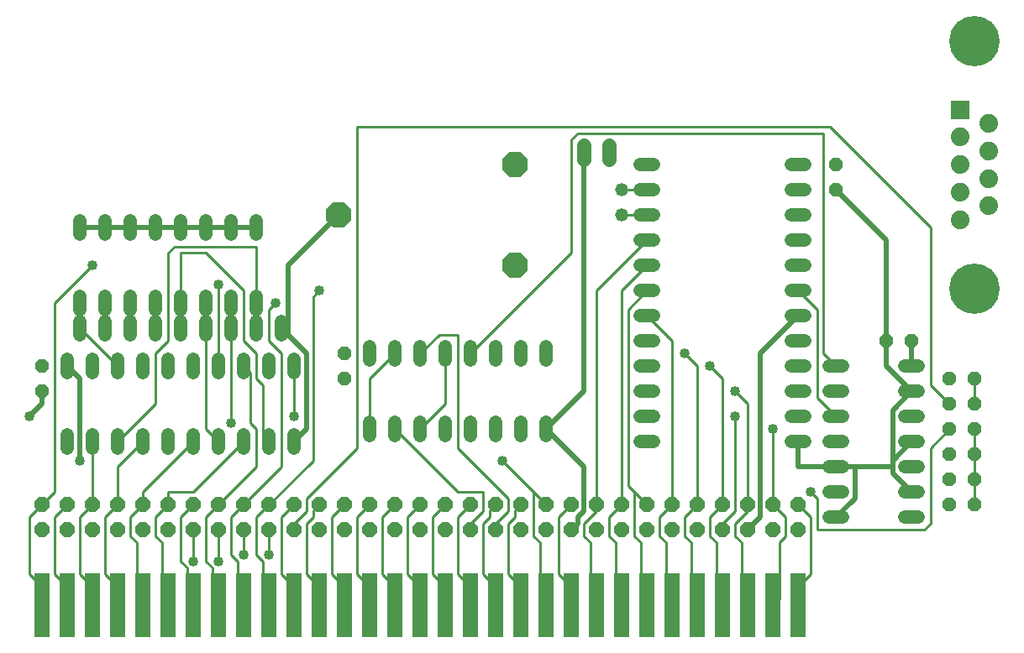
<source format=gtl>
G75*
%MOIN*%
%OFA0B0*%
%FSLAX24Y24*%
%IPPOS*%
%LPD*%
%AMOC8*
5,1,8,0,0,1.08239X$1,22.5*
%
%ADD10R,0.0600X0.2550*%
%ADD11OC8,0.0600*%
%ADD12C,0.0520*%
%ADD13C,0.0560*%
%ADD14OC8,0.1000*%
%ADD15C,0.0520*%
%ADD16R,0.0740X0.0740*%
%ADD17C,0.0740*%
%ADD18C,0.2000*%
%ADD19OC8,0.0520*%
%ADD20OC8,0.0560*%
%ADD21C,0.0100*%
%ADD22C,0.0400*%
%ADD23C,0.0200*%
D10*
X001680Y001940D03*
X002680Y001940D03*
X003680Y001940D03*
X004680Y001940D03*
X005680Y001940D03*
X006680Y001940D03*
X007680Y001940D03*
X008680Y001940D03*
X009680Y001940D03*
X010680Y001940D03*
X011680Y001940D03*
X012680Y001940D03*
X013680Y001940D03*
X014680Y001940D03*
X015680Y001940D03*
X016680Y001940D03*
X017680Y001940D03*
X018680Y001940D03*
X019680Y001940D03*
X020680Y001940D03*
X021680Y001940D03*
X022680Y001940D03*
X023680Y001940D03*
X024680Y001940D03*
X025680Y001940D03*
X026680Y001940D03*
X027680Y001940D03*
X028680Y001940D03*
X029680Y001940D03*
X030680Y001940D03*
X031680Y001940D03*
D11*
X031680Y004940D03*
X030680Y004940D03*
X029680Y004940D03*
X028680Y004940D03*
X027680Y004940D03*
X026680Y004940D03*
X025680Y004940D03*
X024680Y004940D03*
X023680Y004940D03*
X022680Y004940D03*
X021680Y004940D03*
X020680Y004940D03*
X019680Y004940D03*
X018680Y004940D03*
X017680Y004940D03*
X016680Y004940D03*
X015680Y004940D03*
X014680Y004940D03*
X013680Y004940D03*
X012680Y004940D03*
X011680Y004940D03*
X010680Y004940D03*
X009680Y004940D03*
X008680Y004940D03*
X007680Y004940D03*
X006680Y004940D03*
X005680Y004940D03*
X004680Y004940D03*
X003680Y004940D03*
X002680Y004940D03*
X001680Y004940D03*
X001680Y005940D03*
X002680Y005940D03*
X003680Y005940D03*
X004680Y005940D03*
X005680Y005940D03*
X006680Y005940D03*
X007680Y005940D03*
X008680Y005940D03*
X009680Y005940D03*
X010680Y005940D03*
X011680Y005940D03*
X012680Y005940D03*
X013680Y005940D03*
X014680Y005940D03*
X015680Y005940D03*
X016680Y005940D03*
X017680Y005940D03*
X018680Y005940D03*
X019680Y005940D03*
X020680Y005940D03*
X021680Y005940D03*
X022680Y005940D03*
X023680Y005940D03*
X024680Y005940D03*
X025680Y005940D03*
X026680Y005940D03*
X027680Y005940D03*
X028680Y005940D03*
X029680Y005940D03*
X030680Y005940D03*
X031680Y005940D03*
D12*
X032920Y005440D02*
X033440Y005440D01*
X033440Y006440D02*
X032920Y006440D01*
X032920Y007440D02*
X033440Y007440D01*
X033440Y008440D02*
X032920Y008440D01*
X031940Y008440D02*
X031420Y008440D01*
X031420Y009440D02*
X031940Y009440D01*
X032920Y009440D02*
X033440Y009440D01*
X033440Y010440D02*
X032920Y010440D01*
X031940Y010440D02*
X031420Y010440D01*
X031420Y011440D02*
X031940Y011440D01*
X032920Y011440D02*
X033440Y011440D01*
X031940Y012440D02*
X031420Y012440D01*
X031420Y013440D02*
X031940Y013440D01*
X031940Y014440D02*
X031420Y014440D01*
X031420Y015440D02*
X031940Y015440D01*
X031940Y016440D02*
X031420Y016440D01*
X031420Y017440D02*
X031940Y017440D01*
X031940Y018440D02*
X031420Y018440D01*
X031420Y019440D02*
X031940Y019440D01*
X025940Y019440D02*
X025420Y019440D01*
X025420Y018440D02*
X025940Y018440D01*
X025940Y017440D02*
X025420Y017440D01*
X025420Y016440D02*
X025940Y016440D01*
X025940Y015440D02*
X025420Y015440D01*
X025420Y014440D02*
X025940Y014440D01*
X025940Y013440D02*
X025420Y013440D01*
X025420Y012440D02*
X025940Y012440D01*
X025940Y011440D02*
X025420Y011440D01*
X025420Y010440D02*
X025940Y010440D01*
X025940Y009440D02*
X025420Y009440D01*
X025420Y008440D02*
X025940Y008440D01*
X021680Y008680D02*
X021680Y009200D01*
X020680Y009200D02*
X020680Y008680D01*
X019680Y008680D02*
X019680Y009200D01*
X018680Y009200D02*
X018680Y008680D01*
X017680Y008680D02*
X017680Y009200D01*
X016680Y009200D02*
X016680Y008680D01*
X015680Y008680D02*
X015680Y009200D01*
X014680Y009200D02*
X014680Y008680D01*
X011680Y008700D02*
X011680Y008180D01*
X010680Y008180D02*
X010680Y008700D01*
X009680Y008700D02*
X009680Y008180D01*
X008680Y008180D02*
X008680Y008700D01*
X007680Y008700D02*
X007680Y008180D01*
X006680Y008180D02*
X006680Y008700D01*
X005680Y008700D02*
X005680Y008180D01*
X004680Y008180D02*
X004680Y008700D01*
X003680Y008700D02*
X003680Y008180D01*
X002680Y008180D02*
X002680Y008700D01*
X002680Y011180D02*
X002680Y011700D01*
X003680Y011700D02*
X003680Y011180D01*
X004680Y011180D02*
X004680Y011700D01*
X005680Y011700D02*
X005680Y011180D01*
X006680Y011180D02*
X006680Y011700D01*
X007680Y011700D02*
X007680Y011180D01*
X008680Y011180D02*
X008680Y011700D01*
X009680Y011700D02*
X009680Y011180D01*
X010680Y011180D02*
X010680Y011700D01*
X011680Y011700D02*
X011680Y011180D01*
X011180Y012680D02*
X011180Y013200D01*
X010180Y013200D02*
X010180Y012680D01*
X009180Y012680D02*
X009180Y013200D01*
X009180Y013680D02*
X009180Y014200D01*
X008180Y014200D02*
X008180Y013680D01*
X008180Y013200D02*
X008180Y012680D01*
X007180Y012680D02*
X007180Y013200D01*
X007180Y013680D02*
X007180Y014200D01*
X006180Y014200D02*
X006180Y013680D01*
X006180Y013200D02*
X006180Y012680D01*
X005180Y012680D02*
X005180Y013200D01*
X005180Y013680D02*
X005180Y014200D01*
X004180Y014200D02*
X004180Y013680D01*
X004180Y013200D02*
X004180Y012680D01*
X003180Y012680D02*
X003180Y013200D01*
X003180Y013680D02*
X003180Y014200D01*
X003180Y016680D02*
X003180Y017200D01*
X004180Y017200D02*
X004180Y016680D01*
X005180Y016680D02*
X005180Y017200D01*
X006180Y017200D02*
X006180Y016680D01*
X007180Y016680D02*
X007180Y017200D01*
X008180Y017200D02*
X008180Y016680D01*
X009180Y016680D02*
X009180Y017200D01*
X010180Y017200D02*
X010180Y016680D01*
X010180Y014200D02*
X010180Y013680D01*
X014680Y012200D02*
X014680Y011680D01*
X015680Y011680D02*
X015680Y012200D01*
X016680Y012200D02*
X016680Y011680D01*
X017680Y011680D02*
X017680Y012200D01*
X018680Y012200D02*
X018680Y011680D01*
X019680Y011680D02*
X019680Y012200D01*
X020680Y012200D02*
X020680Y011680D01*
X021680Y011680D02*
X021680Y012200D01*
X035920Y011440D02*
X036440Y011440D01*
X036440Y010440D02*
X035920Y010440D01*
X035920Y009440D02*
X036440Y009440D01*
X036440Y008440D02*
X035920Y008440D01*
X035920Y007440D02*
X036440Y007440D01*
X036440Y006440D02*
X035920Y006440D01*
X035920Y005440D02*
X036440Y005440D01*
D13*
X024180Y019660D02*
X024180Y020220D01*
X023180Y020220D02*
X023180Y019660D01*
D14*
X020430Y019440D03*
X020430Y015440D03*
X013430Y017440D03*
D15*
X024680Y017440D03*
X024680Y018440D03*
D16*
X038121Y021621D03*
D17*
X039239Y021074D03*
X038121Y020531D03*
X039239Y019983D03*
X038121Y019440D03*
X039239Y018897D03*
X038121Y018349D03*
X039239Y017806D03*
X038121Y017259D03*
D18*
X038680Y014519D03*
X038680Y024361D03*
D19*
X033180Y019440D03*
X033180Y018440D03*
X035180Y012440D03*
X036180Y012440D03*
X013680Y011940D03*
X013680Y010940D03*
X001680Y010440D03*
X001680Y011440D03*
D20*
X037680Y010940D03*
X038680Y010940D03*
X038680Y009940D03*
X037680Y009940D03*
X037680Y008940D03*
X038680Y008940D03*
X038680Y007940D03*
X037680Y007940D03*
X037680Y006940D03*
X038680Y006940D03*
X038680Y005940D03*
X037680Y005940D03*
D21*
X038680Y005940D02*
X038680Y006940D01*
X038680Y007940D01*
X038680Y008940D01*
X037680Y008940D02*
X036930Y008190D01*
X036930Y005190D01*
X036680Y004940D01*
X032430Y004940D01*
X032430Y006190D01*
X032180Y006440D01*
X031680Y005940D02*
X032180Y005440D01*
X032180Y003190D01*
X031680Y002690D01*
X031680Y001940D01*
X030930Y002190D02*
X030680Y001940D01*
X030930Y002190D02*
X030930Y004440D01*
X031180Y004690D01*
X031180Y005440D01*
X030680Y005940D01*
X030680Y008940D01*
X029680Y009940D02*
X029680Y005940D01*
X029680Y005690D01*
X029180Y005190D01*
X029180Y004690D01*
X029430Y004440D01*
X029430Y002190D01*
X029680Y001940D01*
X028680Y001940D02*
X028430Y002190D01*
X028430Y004440D01*
X028180Y004690D01*
X028180Y005440D01*
X028680Y005940D01*
X028680Y010940D01*
X028180Y011440D01*
X027680Y011440D02*
X027680Y005940D01*
X027180Y005440D01*
X027180Y004690D01*
X027430Y004440D01*
X027430Y002190D01*
X027680Y001940D01*
X026680Y001940D02*
X026430Y002190D01*
X026430Y004440D01*
X026180Y004690D01*
X026180Y005440D01*
X026680Y005940D01*
X026680Y012440D01*
X025680Y013440D01*
X024930Y013690D02*
X024930Y006690D01*
X025180Y006440D01*
X025180Y004690D01*
X025430Y004440D01*
X025430Y002190D01*
X025680Y001940D01*
X024680Y001940D02*
X024430Y002190D01*
X024430Y004440D01*
X024180Y004690D01*
X024180Y005440D01*
X024680Y005940D01*
X024680Y014440D01*
X025680Y015440D01*
X025680Y016440D02*
X023680Y014440D01*
X023680Y005940D01*
X023680Y005690D01*
X023180Y005190D01*
X023180Y004690D01*
X023430Y004440D01*
X023430Y002190D01*
X023680Y001940D01*
X022680Y001940D02*
X022680Y002690D01*
X022180Y003190D01*
X022180Y005440D01*
X022680Y005940D01*
X021680Y005940D02*
X021180Y006440D01*
X021180Y004690D01*
X021430Y004440D01*
X021430Y002190D01*
X021680Y001940D01*
X020680Y001940D02*
X020680Y002690D01*
X020180Y003190D01*
X020180Y005190D01*
X020430Y005440D01*
X020430Y005690D01*
X020680Y005940D01*
X020180Y005690D02*
X019680Y005190D01*
X019680Y004940D01*
X019180Y005190D02*
X019180Y003190D01*
X019680Y002690D01*
X019680Y001940D01*
X018680Y001940D02*
X018680Y002690D01*
X018180Y003190D01*
X018180Y005440D01*
X018680Y005940D01*
X019180Y005690D02*
X018680Y005190D01*
X018680Y004940D01*
X019180Y005190D02*
X019430Y005440D01*
X019430Y005690D01*
X019680Y005940D01*
X019180Y005690D02*
X019180Y006440D01*
X018180Y006440D01*
X015680Y008940D01*
X014680Y008940D02*
X014680Y010940D01*
X015680Y011940D01*
X016680Y011940D02*
X017430Y012690D01*
X018180Y012690D01*
X018180Y008190D01*
X020180Y006190D01*
X020180Y005690D01*
X021180Y006440D02*
X019930Y007690D01*
X017680Y005940D02*
X017180Y005440D01*
X017180Y003190D01*
X017680Y002690D01*
X017680Y001940D01*
X016680Y001940D02*
X016680Y002690D01*
X016180Y003190D01*
X016180Y005440D01*
X016680Y005940D01*
X015680Y005940D02*
X015180Y005440D01*
X015180Y003190D01*
X015680Y002690D01*
X015680Y001940D01*
X014680Y001940D02*
X014680Y002690D01*
X014180Y003190D01*
X014180Y005440D01*
X014680Y005940D01*
X013680Y005940D02*
X013180Y005440D01*
X013180Y003190D01*
X013680Y002690D01*
X013680Y001940D01*
X012680Y001940D02*
X012680Y002690D01*
X012180Y003190D01*
X012180Y005190D01*
X012430Y005440D01*
X012430Y005690D01*
X012680Y005940D01*
X012180Y005690D02*
X011680Y005190D01*
X011680Y004940D01*
X011180Y005440D02*
X011180Y003190D01*
X011680Y002690D01*
X011680Y001940D01*
X010680Y001940D02*
X010430Y002190D01*
X010430Y003690D01*
X010180Y003940D01*
X010180Y005440D01*
X010680Y005940D01*
X012430Y007690D01*
X012430Y014190D01*
X012680Y014440D01*
X010930Y013940D02*
X010680Y013690D01*
X010680Y012440D01*
X011180Y011940D01*
X011180Y007440D01*
X009680Y005940D01*
X009180Y005440D01*
X009180Y003940D01*
X009430Y003690D01*
X009430Y002190D01*
X009680Y001940D01*
X008680Y001940D02*
X008430Y002190D01*
X008430Y003440D01*
X008180Y003690D01*
X008180Y005440D01*
X008680Y005940D01*
X010180Y007440D01*
X010180Y008940D01*
X009930Y009190D01*
X009930Y011190D01*
X009680Y011440D01*
X010180Y011940D02*
X010180Y010940D01*
X010430Y010690D01*
X010430Y008690D01*
X010680Y008440D01*
X009680Y008440D02*
X007680Y006440D01*
X006680Y006440D01*
X006680Y005940D01*
X006180Y005440D01*
X006180Y004690D01*
X006430Y004440D01*
X006430Y002190D01*
X006680Y001940D01*
X007430Y002190D02*
X007430Y003440D01*
X007180Y003690D01*
X007180Y005440D01*
X007680Y005940D01*
X007680Y004940D02*
X007680Y003690D01*
X008680Y003690D02*
X008680Y004940D01*
X009680Y004940D02*
X009680Y003940D01*
X010680Y003940D02*
X010680Y004940D01*
X011180Y005440D02*
X011680Y005940D01*
X012180Y005690D02*
X012180Y006190D01*
X014180Y008190D01*
X014180Y020940D01*
X032930Y020940D01*
X036930Y016940D01*
X036930Y010690D01*
X037680Y009940D01*
X038680Y009940D02*
X038680Y010940D01*
X033180Y011440D02*
X032680Y011940D01*
X032680Y020690D01*
X022930Y020690D01*
X022680Y020440D01*
X022680Y015940D01*
X018680Y011940D01*
X017680Y011940D02*
X017680Y009940D01*
X016680Y008940D01*
X011680Y009440D02*
X011680Y011440D01*
X010180Y011940D02*
X009680Y012440D01*
X009680Y014440D01*
X008180Y015940D01*
X007180Y015940D01*
X007180Y013940D01*
X007180Y012940D01*
X006680Y012440D02*
X006680Y015940D01*
X006930Y016190D01*
X010180Y016190D01*
X010180Y013940D01*
X010180Y012940D01*
X009180Y012940D02*
X009180Y013940D01*
X008180Y013940D02*
X008180Y012940D01*
X008180Y008940D01*
X008680Y008440D01*
X007680Y008440D02*
X005680Y006440D01*
X005680Y005940D01*
X005180Y005440D01*
X005180Y004690D01*
X005430Y004440D01*
X005430Y002190D01*
X005680Y001940D01*
X004680Y001940D02*
X004680Y002690D01*
X004180Y003190D01*
X004180Y005440D01*
X004680Y005940D01*
X004680Y007440D01*
X005680Y008440D01*
X004680Y008440D02*
X006180Y009940D01*
X006180Y011940D01*
X006680Y012440D01*
X006180Y012940D02*
X006180Y013940D01*
X005180Y013940D02*
X005180Y012940D01*
X004180Y012940D02*
X004180Y013940D01*
X003180Y013940D02*
X003180Y012940D01*
X004680Y011440D01*
X008680Y011440D02*
X008680Y014690D01*
X009180Y012940D02*
X009180Y009190D01*
X003680Y008440D02*
X003680Y005940D01*
X003180Y005440D01*
X003180Y003190D01*
X003680Y002690D01*
X003680Y001940D01*
X002680Y001940D02*
X002680Y002690D01*
X002180Y003190D01*
X002180Y005440D01*
X002680Y005940D01*
X002180Y006440D02*
X001680Y005940D01*
X001180Y005440D01*
X001180Y003190D01*
X001680Y002690D01*
X001680Y001940D01*
X007430Y002190D02*
X007680Y001940D01*
X002180Y006440D02*
X002180Y013940D01*
X003680Y015440D01*
X024680Y017440D02*
X025680Y017440D01*
X025680Y018440D02*
X024680Y018440D01*
X025680Y014440D02*
X024930Y013690D01*
X027180Y011940D02*
X027680Y011440D01*
X029180Y010440D02*
X029680Y009940D01*
X029180Y009440D02*
X029180Y005690D01*
X028680Y005190D01*
X028680Y004940D01*
X025680Y005940D02*
X025180Y006440D01*
X032430Y010190D02*
X032430Y013690D01*
X031680Y014440D01*
X032430Y010190D02*
X033180Y009440D01*
D22*
X030680Y008940D03*
X029180Y009440D03*
X029180Y010440D03*
X028180Y011440D03*
X027180Y011940D03*
X019930Y007690D03*
X011680Y009440D03*
X009180Y009190D03*
X003180Y007690D03*
X001180Y009440D03*
X008680Y014690D03*
X010930Y013940D03*
X012680Y014440D03*
X003680Y015440D03*
X009680Y003940D03*
X010680Y003940D03*
X008680Y003690D03*
X007680Y003690D03*
X032180Y006440D03*
D23*
X031680Y007440D02*
X031680Y008440D01*
X031680Y007440D02*
X033180Y007440D01*
X033930Y007440D01*
X033930Y006190D01*
X033180Y005440D01*
X030180Y005440D02*
X030180Y011940D01*
X031680Y013440D01*
X035180Y012440D02*
X035180Y011440D01*
X036180Y010440D01*
X035430Y009690D01*
X035430Y007690D01*
X036180Y008440D01*
X035430Y007690D02*
X035430Y007440D01*
X033930Y007440D01*
X035430Y007440D02*
X035430Y007190D01*
X036180Y006440D01*
X030180Y005440D02*
X029680Y004940D01*
X023180Y005690D02*
X023180Y007440D01*
X021680Y008940D01*
X023180Y010440D01*
X023180Y019940D01*
X013430Y017440D02*
X011430Y015440D01*
X011430Y012690D01*
X011180Y012940D01*
X011430Y012690D02*
X012180Y011940D01*
X012180Y008940D01*
X011680Y008440D01*
X003180Y007690D02*
X003180Y010940D01*
X002680Y011440D01*
X001680Y010440D02*
X001680Y009940D01*
X001180Y009440D01*
X003180Y016940D02*
X004180Y016940D01*
X005180Y016940D01*
X006180Y016940D01*
X007180Y016940D01*
X008180Y016940D01*
X009180Y016940D01*
X010180Y016940D01*
X022930Y005440D02*
X023180Y005690D01*
X022930Y005440D02*
X022930Y005190D01*
X022680Y004940D01*
X035180Y012440D02*
X035180Y016440D01*
X033180Y018440D01*
X036180Y012440D02*
X036180Y011440D01*
M02*

</source>
